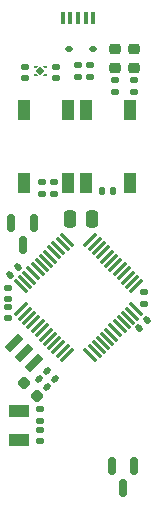
<source format=gtp>
G04 #@! TF.GenerationSoftware,KiCad,Pcbnew,7.0.10*
G04 #@! TF.CreationDate,2024-01-27T03:33:40-06:00*
G04 #@! TF.ProjectId,STM32H503CBT6,53544d33-3248-4353-9033-434254362e6b,rev?*
G04 #@! TF.SameCoordinates,Original*
G04 #@! TF.FileFunction,Paste,Top*
G04 #@! TF.FilePolarity,Positive*
%FSLAX46Y46*%
G04 Gerber Fmt 4.6, Leading zero omitted, Abs format (unit mm)*
G04 Created by KiCad (PCBNEW 7.0.10) date 2024-01-27 03:33:40*
%MOMM*%
%LPD*%
G01*
G04 APERTURE LIST*
G04 Aperture macros list*
%AMRoundRect*
0 Rectangle with rounded corners*
0 $1 Rounding radius*
0 $2 $3 $4 $5 $6 $7 $8 $9 X,Y pos of 4 corners*
0 Add a 4 corners polygon primitive as box body*
4,1,4,$2,$3,$4,$5,$6,$7,$8,$9,$2,$3,0*
0 Add four circle primitives for the rounded corners*
1,1,$1+$1,$2,$3*
1,1,$1+$1,$4,$5*
1,1,$1+$1,$6,$7*
1,1,$1+$1,$8,$9*
0 Add four rect primitives between the rounded corners*
20,1,$1+$1,$2,$3,$4,$5,0*
20,1,$1+$1,$4,$5,$6,$7,0*
20,1,$1+$1,$6,$7,$8,$9,0*
20,1,$1+$1,$8,$9,$2,$3,0*%
%AMRotRect*
0 Rectangle, with rotation*
0 The origin of the aperture is its center*
0 $1 length*
0 $2 width*
0 $3 Rotation angle, in degrees counterclockwise*
0 Add horizontal line*
21,1,$1,$2,0,0,$3*%
%AMFreePoly0*
4,1,5,0.225000,-0.095000,-0.035000,-0.095000,-0.035000,0.095000,0.035000,0.095000,0.225000,-0.095000,0.225000,-0.095000,$1*%
%AMFreePoly1*
4,1,6,0.035000,-0.095000,-0.035000,-0.095000,-0.225000,-0.095000,-0.035000,0.095000,0.035000,0.095000,0.035000,-0.095000,0.035000,-0.095000,$1*%
G04 Aperture macros list end*
%ADD10RotRect,0.600000X1.600000X315.000000*%
%ADD11RoundRect,0.135000X-0.185000X0.135000X-0.185000X-0.135000X0.185000X-0.135000X0.185000X0.135000X0*%
%ADD12RoundRect,0.140000X0.170000X-0.140000X0.170000X0.140000X-0.170000X0.140000X-0.170000X-0.140000X0*%
%ADD13RoundRect,0.075000X-0.415425X-0.521491X0.521491X0.415425X0.415425X0.521491X-0.521491X-0.415425X0*%
%ADD14RoundRect,0.075000X0.415425X-0.521491X0.521491X-0.415425X-0.415425X0.521491X-0.521491X0.415425X0*%
%ADD15RoundRect,0.218750X-0.256250X0.218750X-0.256250X-0.218750X0.256250X-0.218750X0.256250X0.218750X0*%
%ADD16FreePoly0,270.000000*%
%ADD17R,0.200000X0.260000*%
%ADD18RotRect,0.520000X0.520000X315.000000*%
%ADD19FreePoly1,270.000000*%
%ADD20FreePoly0,90.000000*%
%ADD21FreePoly1,90.000000*%
%ADD22RoundRect,0.140000X-0.170000X0.140000X-0.170000X-0.140000X0.170000X-0.140000X0.170000X0.140000X0*%
%ADD23RoundRect,0.150000X-0.150000X0.587500X-0.150000X-0.587500X0.150000X-0.587500X0.150000X0.587500X0*%
%ADD24RoundRect,0.112500X-0.187500X-0.112500X0.187500X-0.112500X0.187500X0.112500X-0.187500X0.112500X0*%
%ADD25RoundRect,0.135000X0.185000X-0.135000X0.185000X0.135000X-0.185000X0.135000X-0.185000X-0.135000X0*%
%ADD26RoundRect,0.140000X-0.219203X-0.021213X-0.021213X-0.219203X0.219203X0.021213X0.021213X0.219203X0*%
%ADD27RoundRect,0.140000X-0.140000X-0.170000X0.140000X-0.170000X0.140000X0.170000X-0.140000X0.170000X0*%
%ADD28R,1.100000X1.800000*%
%ADD29R,1.800000X1.000000*%
%ADD30RoundRect,0.140000X-0.021213X0.219203X-0.219203X0.021213X0.021213X-0.219203X0.219203X-0.021213X0*%
%ADD31RoundRect,0.218750X0.335876X0.026517X0.026517X0.335876X-0.335876X-0.026517X-0.026517X-0.335876X0*%
%ADD32RoundRect,0.140000X0.021213X-0.219203X0.219203X-0.021213X-0.021213X0.219203X-0.219203X0.021213X0*%
%ADD33RoundRect,0.250000X0.250000X0.475000X-0.250000X0.475000X-0.250000X-0.475000X0.250000X-0.475000X0*%
%ADD34R,0.400000X1.050000*%
G04 APERTURE END LIST*
D10*
X88451472Y-88002944D03*
X89300000Y-88851472D03*
X90148528Y-89700000D03*
D11*
X93900000Y-64490000D03*
X93900000Y-65510000D03*
D12*
X99500000Y-84680000D03*
X99500000Y-83720000D03*
D13*
X89052675Y-85171573D03*
X89406229Y-85525127D03*
X89759782Y-85878680D03*
X90113336Y-86232234D03*
X90466889Y-86585787D03*
X90820442Y-86939340D03*
X91173996Y-87292894D03*
X91527549Y-87646447D03*
X91881102Y-88000000D03*
X92234656Y-88353554D03*
X92588209Y-88707107D03*
X92941763Y-89060661D03*
D14*
X94939339Y-89060661D03*
X95292893Y-88707107D03*
X95646446Y-88353554D03*
X96000000Y-88000000D03*
X96353553Y-87646447D03*
X96707106Y-87292894D03*
X97060660Y-86939340D03*
X97414213Y-86585787D03*
X97767766Y-86232234D03*
X98121320Y-85878680D03*
X98474873Y-85525127D03*
X98828427Y-85171573D03*
D13*
X98828427Y-83173997D03*
X98474873Y-82820443D03*
X98121320Y-82466890D03*
X97767766Y-82113336D03*
X97414213Y-81759783D03*
X97060660Y-81406230D03*
X96707106Y-81052676D03*
X96353553Y-80699123D03*
X96000000Y-80345570D03*
X95646446Y-79992016D03*
X95292893Y-79638463D03*
X94939339Y-79284909D03*
D14*
X92941763Y-79284909D03*
X92588209Y-79638463D03*
X92234656Y-79992016D03*
X91881102Y-80345570D03*
X91527549Y-80699123D03*
X91173996Y-81052676D03*
X90820442Y-81406230D03*
X90466889Y-81759783D03*
X90113336Y-82113336D03*
X89759782Y-82466890D03*
X89406229Y-82820443D03*
X89052675Y-83173997D03*
D15*
X98600000Y-63112500D03*
X98600000Y-64687500D03*
X97000000Y-63112500D03*
X97000000Y-64687500D03*
D16*
X90400000Y-64560000D03*
D17*
X90205000Y-64655000D03*
D18*
X90705000Y-64980000D03*
D17*
X90205000Y-65305000D03*
D19*
X90400000Y-65400000D03*
D17*
X91205000Y-65305000D03*
D20*
X91010000Y-65400000D03*
D21*
X91010000Y-64560000D03*
D17*
X91205000Y-64655000D03*
D22*
X90700000Y-95340000D03*
X90700000Y-96300000D03*
D23*
X98650000Y-98425000D03*
X96750000Y-98425000D03*
X97700000Y-100300000D03*
D24*
X93100000Y-63100000D03*
X95200000Y-63100000D03*
D25*
X90850000Y-75420000D03*
X90850000Y-74400000D03*
D22*
X92005000Y-64600000D03*
X92005000Y-65560000D03*
D26*
X90621178Y-91021178D03*
X91300000Y-91700000D03*
D22*
X88000000Y-83320000D03*
X88000000Y-84280000D03*
D12*
X90700000Y-94600000D03*
X90700000Y-93640000D03*
D27*
X95920000Y-75100000D03*
X96880000Y-75100000D03*
D28*
X89350000Y-74500000D03*
X89350000Y-68300000D03*
X93050000Y-74500000D03*
X93050000Y-68300000D03*
D26*
X91260589Y-90360589D03*
X91939411Y-91039411D03*
D28*
X98300000Y-68300000D03*
X98300000Y-74500000D03*
X94600000Y-68300000D03*
X94600000Y-74500000D03*
D29*
X88900000Y-96250000D03*
X88900000Y-93750000D03*
D25*
X94900000Y-65510000D03*
X94900000Y-64490000D03*
D30*
X99739411Y-86060589D03*
X99060589Y-86739411D03*
D25*
X97000000Y-66800000D03*
X97000000Y-65780000D03*
X98600000Y-66800000D03*
X98600000Y-65780000D03*
D22*
X89405000Y-64600000D03*
X89405000Y-65560000D03*
D31*
X90413694Y-92513694D03*
X89300000Y-91400000D03*
D32*
X88121178Y-82278822D03*
X88800000Y-81600000D03*
D23*
X90150000Y-77825000D03*
X88250000Y-77825000D03*
X89200000Y-79700000D03*
D11*
X91850000Y-74390000D03*
X91850000Y-75410000D03*
D33*
X95100000Y-77500000D03*
X93200000Y-77500000D03*
D34*
X95200000Y-60500000D03*
X94550000Y-60500000D03*
X93900000Y-60500000D03*
X93250000Y-60500000D03*
X92600000Y-60500000D03*
D12*
X88000000Y-85880000D03*
X88000000Y-84920000D03*
M02*

</source>
